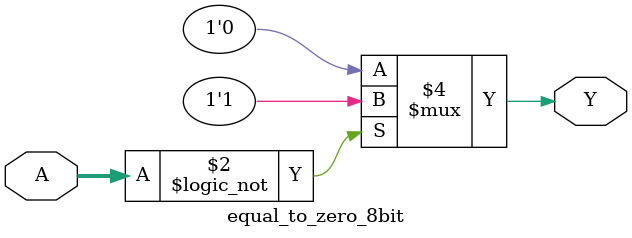
<source format=v>
`timescale 1ns / 1ps

module equal_to_zero_8bit(

    input [7:0] A,
    output reg Y);
	
    always @(*)
        if(A == 0)
	    begin
	        Y = 1;
	    end
	else
            begin
	        Y = 0;
	    end
endmodule

</source>
